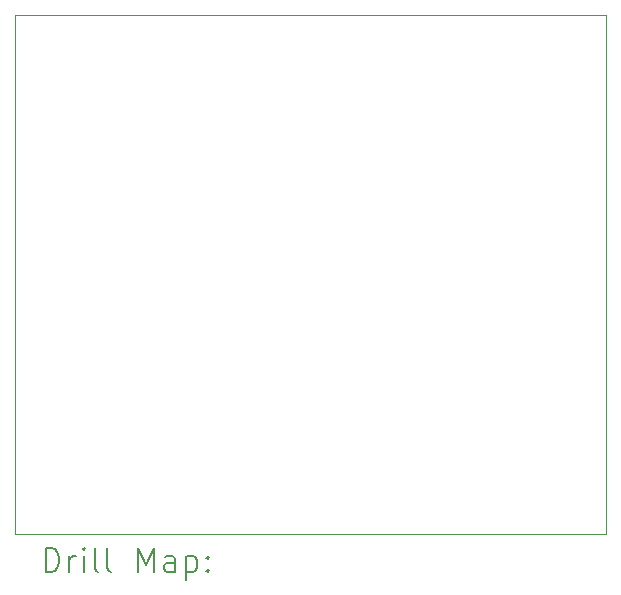
<source format=gbr>
%TF.GenerationSoftware,KiCad,Pcbnew,7.0.6*%
%TF.CreationDate,2023-08-06T21:35:20+02:00*%
%TF.ProjectId,AD9744_Test,41443937-3434-45f5-9465-73742e6b6963,rev?*%
%TF.SameCoordinates,Original*%
%TF.FileFunction,Drillmap*%
%TF.FilePolarity,Positive*%
%FSLAX45Y45*%
G04 Gerber Fmt 4.5, Leading zero omitted, Abs format (unit mm)*
G04 Created by KiCad (PCBNEW 7.0.6) date 2023-08-06 21:35:20*
%MOMM*%
%LPD*%
G01*
G04 APERTURE LIST*
%ADD10C,0.100000*%
%ADD11C,0.200000*%
G04 APERTURE END LIST*
D10*
X11050000Y-7500000D02*
X16050000Y-7500000D01*
X16050000Y-11900000D01*
X11050000Y-11900000D01*
X11050000Y-7500000D01*
D11*
X11305777Y-12216484D02*
X11305777Y-12016484D01*
X11305777Y-12016484D02*
X11353396Y-12016484D01*
X11353396Y-12016484D02*
X11381967Y-12026008D01*
X11381967Y-12026008D02*
X11401015Y-12045055D01*
X11401015Y-12045055D02*
X11410539Y-12064103D01*
X11410539Y-12064103D02*
X11420062Y-12102198D01*
X11420062Y-12102198D02*
X11420062Y-12130769D01*
X11420062Y-12130769D02*
X11410539Y-12168865D01*
X11410539Y-12168865D02*
X11401015Y-12187912D01*
X11401015Y-12187912D02*
X11381967Y-12206960D01*
X11381967Y-12206960D02*
X11353396Y-12216484D01*
X11353396Y-12216484D02*
X11305777Y-12216484D01*
X11505777Y-12216484D02*
X11505777Y-12083150D01*
X11505777Y-12121246D02*
X11515301Y-12102198D01*
X11515301Y-12102198D02*
X11524824Y-12092674D01*
X11524824Y-12092674D02*
X11543872Y-12083150D01*
X11543872Y-12083150D02*
X11562920Y-12083150D01*
X11629586Y-12216484D02*
X11629586Y-12083150D01*
X11629586Y-12016484D02*
X11620062Y-12026008D01*
X11620062Y-12026008D02*
X11629586Y-12035531D01*
X11629586Y-12035531D02*
X11639110Y-12026008D01*
X11639110Y-12026008D02*
X11629586Y-12016484D01*
X11629586Y-12016484D02*
X11629586Y-12035531D01*
X11753396Y-12216484D02*
X11734348Y-12206960D01*
X11734348Y-12206960D02*
X11724824Y-12187912D01*
X11724824Y-12187912D02*
X11724824Y-12016484D01*
X11858158Y-12216484D02*
X11839110Y-12206960D01*
X11839110Y-12206960D02*
X11829586Y-12187912D01*
X11829586Y-12187912D02*
X11829586Y-12016484D01*
X12086729Y-12216484D02*
X12086729Y-12016484D01*
X12086729Y-12016484D02*
X12153396Y-12159341D01*
X12153396Y-12159341D02*
X12220062Y-12016484D01*
X12220062Y-12016484D02*
X12220062Y-12216484D01*
X12401015Y-12216484D02*
X12401015Y-12111722D01*
X12401015Y-12111722D02*
X12391491Y-12092674D01*
X12391491Y-12092674D02*
X12372443Y-12083150D01*
X12372443Y-12083150D02*
X12334348Y-12083150D01*
X12334348Y-12083150D02*
X12315301Y-12092674D01*
X12401015Y-12206960D02*
X12381967Y-12216484D01*
X12381967Y-12216484D02*
X12334348Y-12216484D01*
X12334348Y-12216484D02*
X12315301Y-12206960D01*
X12315301Y-12206960D02*
X12305777Y-12187912D01*
X12305777Y-12187912D02*
X12305777Y-12168865D01*
X12305777Y-12168865D02*
X12315301Y-12149817D01*
X12315301Y-12149817D02*
X12334348Y-12140293D01*
X12334348Y-12140293D02*
X12381967Y-12140293D01*
X12381967Y-12140293D02*
X12401015Y-12130769D01*
X12496253Y-12083150D02*
X12496253Y-12283150D01*
X12496253Y-12092674D02*
X12515301Y-12083150D01*
X12515301Y-12083150D02*
X12553396Y-12083150D01*
X12553396Y-12083150D02*
X12572443Y-12092674D01*
X12572443Y-12092674D02*
X12581967Y-12102198D01*
X12581967Y-12102198D02*
X12591491Y-12121246D01*
X12591491Y-12121246D02*
X12591491Y-12178388D01*
X12591491Y-12178388D02*
X12581967Y-12197436D01*
X12581967Y-12197436D02*
X12572443Y-12206960D01*
X12572443Y-12206960D02*
X12553396Y-12216484D01*
X12553396Y-12216484D02*
X12515301Y-12216484D01*
X12515301Y-12216484D02*
X12496253Y-12206960D01*
X12677205Y-12197436D02*
X12686729Y-12206960D01*
X12686729Y-12206960D02*
X12677205Y-12216484D01*
X12677205Y-12216484D02*
X12667682Y-12206960D01*
X12667682Y-12206960D02*
X12677205Y-12197436D01*
X12677205Y-12197436D02*
X12677205Y-12216484D01*
X12677205Y-12092674D02*
X12686729Y-12102198D01*
X12686729Y-12102198D02*
X12677205Y-12111722D01*
X12677205Y-12111722D02*
X12667682Y-12102198D01*
X12667682Y-12102198D02*
X12677205Y-12092674D01*
X12677205Y-12092674D02*
X12677205Y-12111722D01*
M02*

</source>
